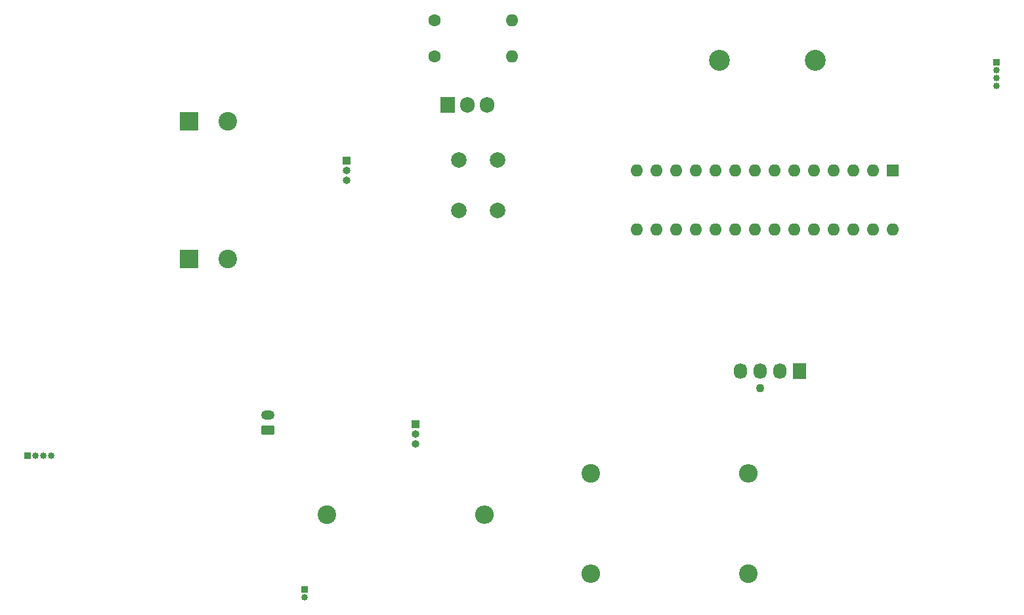
<source format=gbr>
%TF.GenerationSoftware,KiCad,Pcbnew,7.0.7*%
%TF.CreationDate,2023-12-03T23:29:23-03:00*%
%TF.ProjectId,Chocadeira,43686f63-6164-4656-9972-612e6b696361,rev?*%
%TF.SameCoordinates,Original*%
%TF.FileFunction,Soldermask,Bot*%
%TF.FilePolarity,Negative*%
%FSLAX46Y46*%
G04 Gerber Fmt 4.6, Leading zero omitted, Abs format (unit mm)*
G04 Created by KiCad (PCBNEW 7.0.7) date 2023-12-03 23:29:23*
%MOMM*%
%LPD*%
G01*
G04 APERTURE LIST*
G04 Aperture macros list*
%AMRoundRect*
0 Rectangle with rounded corners*
0 $1 Rounding radius*
0 $2 $3 $4 $5 $6 $7 $8 $9 X,Y pos of 4 corners*
0 Add a 4 corners polygon primitive as box body*
4,1,4,$2,$3,$4,$5,$6,$7,$8,$9,$2,$3,0*
0 Add four circle primitives for the rounded corners*
1,1,$1+$1,$2,$3*
1,1,$1+$1,$4,$5*
1,1,$1+$1,$6,$7*
1,1,$1+$1,$8,$9*
0 Add four rect primitives between the rounded corners*
20,1,$1+$1,$2,$3,$4,$5,0*
20,1,$1+$1,$4,$5,$6,$7,0*
20,1,$1+$1,$6,$7,$8,$9,0*
20,1,$1+$1,$8,$9,$2,$3,0*%
G04 Aperture macros list end*
%ADD10R,0.850000X0.850000*%
%ADD11O,0.850000X0.850000*%
%ADD12C,2.400000*%
%ADD13O,2.400000X2.400000*%
%ADD14R,1.000000X1.000000*%
%ADD15O,1.000000X1.000000*%
%ADD16C,2.000000*%
%ADD17R,1.905000X2.000000*%
%ADD18O,1.905000X2.000000*%
%ADD19C,2.700000*%
%ADD20R,2.400000X2.400000*%
%ADD21C,1.600000*%
%ADD22O,1.600000X1.600000*%
%ADD23C,1.100000*%
%ADD24R,1.730000X2.030000*%
%ADD25O,1.730000X2.030000*%
%ADD26R,1.600000X1.600000*%
%ADD27RoundRect,0.250000X0.625000X-0.350000X0.625000X0.350000X-0.625000X0.350000X-0.625000X-0.350000X0*%
%ADD28O,1.750000X1.200000*%
G04 APERTURE END LIST*
D10*
%TO.C,RTC1*%
X223520000Y-81280000D03*
D11*
X223520000Y-82280000D03*
X223520000Y-83280000D03*
X223520000Y-84280000D03*
%TD*%
D12*
%TO.C,R4*%
X137160000Y-139700000D03*
D13*
X157480000Y-139700000D03*
%TD*%
D10*
%TO.C,LED*%
X134320000Y-149330000D03*
D11*
X134320000Y-150330000D03*
%TD*%
%TO.C,Dimmer1*%
X101600000Y-132080000D03*
X100600000Y-132080000D03*
X99600000Y-132080000D03*
D10*
X98600000Y-132080000D03*
%TD*%
D14*
%TO.C,DHT1*%
X139700000Y-93980000D03*
D15*
X139700000Y-95250000D03*
X139700000Y-96520000D03*
%TD*%
D16*
%TO.C,C1*%
X154182000Y-93892000D03*
X159182000Y-93892000D03*
%TD*%
%TO.C,C2*%
X154182000Y-100442000D03*
X159182000Y-100442000D03*
%TD*%
D17*
%TO.C,U1*%
X152762000Y-86792000D03*
D18*
X155302000Y-86792000D03*
X157842000Y-86792000D03*
%TD*%
D12*
%TO.C,R2*%
X171196000Y-134366000D03*
D13*
X191516000Y-134366000D03*
%TD*%
D19*
%TO.C,16MHz1*%
X187856000Y-81026000D03*
X200196000Y-81026000D03*
%TD*%
D20*
%TO.C,C5*%
X119380000Y-88900000D03*
D12*
X124380000Y-88900000D03*
%TD*%
D21*
%TO.C,C4*%
X151102000Y-80542000D03*
D22*
X161102000Y-80542000D03*
%TD*%
D23*
%TO.C,Display1*%
X193040000Y-123318000D03*
D24*
X198120000Y-121158000D03*
D25*
X195580000Y-121158000D03*
X193040000Y-121158000D03*
X190500000Y-121158000D03*
%TD*%
D12*
%TO.C,R1*%
X191516000Y-147320000D03*
D13*
X171196000Y-147320000D03*
%TD*%
D26*
%TO.C,U2*%
X210208000Y-95250000D03*
D22*
X207668000Y-95250000D03*
X205128000Y-95250000D03*
X202588000Y-95250000D03*
X200048000Y-95250000D03*
X197508000Y-95250000D03*
X194968000Y-95250000D03*
X192428000Y-95250000D03*
X189888000Y-95250000D03*
X187348000Y-95250000D03*
X184808000Y-95250000D03*
X182268000Y-95250000D03*
X179728000Y-95250000D03*
X177188000Y-95250000D03*
X177188000Y-102870000D03*
X179728000Y-102870000D03*
X182268000Y-102870000D03*
X184808000Y-102870000D03*
X187348000Y-102870000D03*
X189888000Y-102870000D03*
X192428000Y-102870000D03*
X194968000Y-102870000D03*
X197508000Y-102870000D03*
X200048000Y-102870000D03*
X202588000Y-102870000D03*
X205128000Y-102870000D03*
X207668000Y-102870000D03*
X210208000Y-102870000D03*
%TD*%
D14*
%TO.C,Servo1*%
X148600000Y-128026000D03*
D15*
X148600000Y-129296000D03*
X148600000Y-130566000D03*
%TD*%
D21*
%TO.C,C3*%
X151102000Y-75892000D03*
D22*
X161102000Y-75892000D03*
%TD*%
D20*
%TO.C,C6*%
X119380000Y-106680000D03*
D12*
X124380000Y-106680000D03*
%TD*%
D27*
%TO.C,Bot\u00E3o_Reset1*%
X129550000Y-128788000D03*
D28*
X129550000Y-126788000D03*
%TD*%
M02*

</source>
